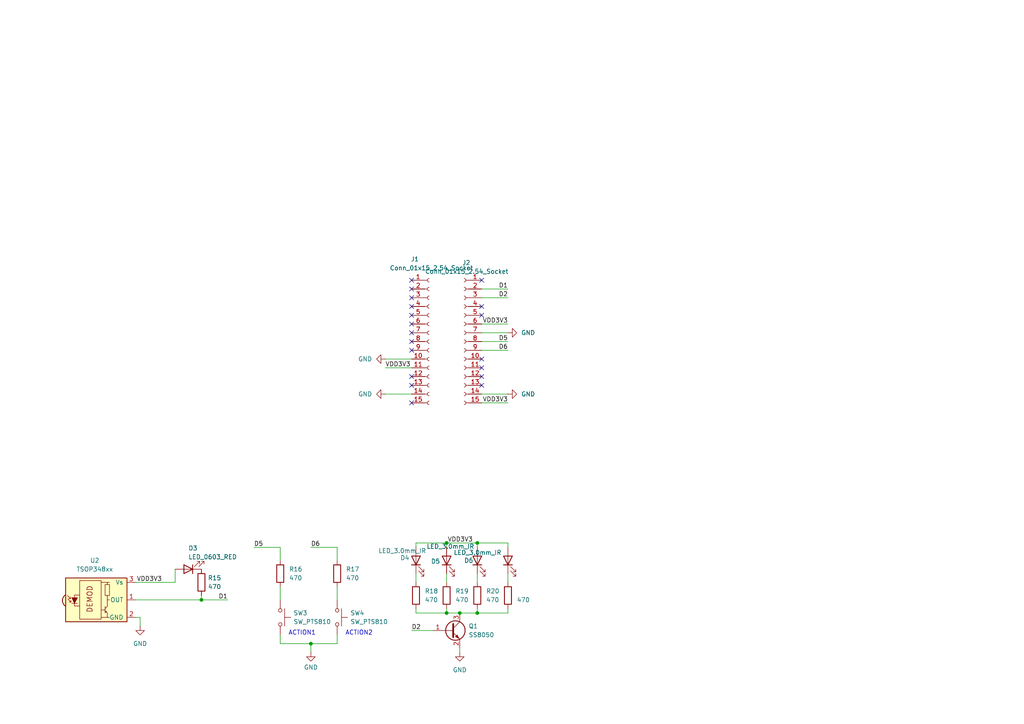
<source format=kicad_sch>
(kicad_sch (version 20250114) (generator "eeschema") (generator_version "9.0")
  (paper "A4")
  (lib_symbols
    (symbol "Connector:Conn_01x15_Socket" (pin_names (offset 1.016) (hide yes))
      (property "Reference" "J" (at 0 20.32 0))
      (property "Value" "Conn_01x15_Socket" (at 0 -20.32 0))
      (symbol "Conn_01x15_Socket_1_1"
        (polyline (pts (xy -1.27 17.78) (xy -0.508 17.78)) (stroke (width 0.1524)))
        (polyline (pts (xy -1.27 15.24) (xy -0.508 15.24)) (stroke (width 0.1524)))
        (polyline (pts (xy -1.27 12.7) (xy -0.508 12.7)) (stroke (width 0.1524)))
        (polyline (pts (xy -1.27 10.16) (xy -0.508 10.16)) (stroke (width 0.1524)))
        (polyline (pts (xy -1.27 7.62) (xy -0.508 7.62)) (stroke (width 0.1524)))
        (polyline (pts (xy -1.27 5.08) (xy -0.508 5.08)) (stroke (width 0.1524)))
        (polyline (pts (xy -1.27 2.54) (xy -0.508 2.54)) (stroke (width 0.1524)))
        (polyline (pts (xy -1.27 0) (xy -0.508 0)) (stroke (width 0.1524)))
        (polyline (pts (xy -1.27 -2.54) (xy -0.508 -2.54)) (stroke (width 0.1524)))
        (polyline (pts (xy -1.27 -5.08) (xy -0.508 -5.08)) (stroke (width 0.1524)))
        (polyline (pts (xy -1.27 -7.62) (xy -0.508 -7.62)) (stroke (width 0.1524)))
        (polyline (pts (xy -1.27 -10.16) (xy -0.508 -10.16)) (stroke (width 0.1524)))
        (polyline (pts (xy -1.27 -12.7) (xy -0.508 -12.7)) (stroke (width 0.1524)))
        (polyline (pts (xy -1.27 -15.24) (xy -0.508 -15.24)) (stroke (width 0.1524)))
        (polyline (pts (xy -1.27 -17.78) (xy -0.508 -17.78)) (stroke (width 0.1524)))
        (arc (start 0 17.272) (mid -0.5058 17.78) (end 0 18.288) (stroke (width 0.1524)))
        (arc (start 0 14.732) (mid -0.5058 15.24) (end 0 15.748) (stroke (width 0.1524)))
        (arc (start 0 12.192) (mid -0.5058 12.7) (end 0 13.208) (stroke (width 0.1524)))
        (arc (start 0 9.652) (mid -0.5058 10.16) (end 0 10.668) (stroke (width 0.1524)))
        (arc (start 0 7.112) (mid -0.5058 7.62) (end 0 8.128) (stroke (width 0.1524)))
        (arc (start 0 4.572) (mid -0.5058 5.08) (end 0 5.588) (stroke (width 0.1524)))
        (arc (start 0 2.032) (mid -0.5058 2.54) (end 0 3.048) (stroke (width 0.1524)))
        (arc (start 0 -0.508) (mid -0.5058 0) (end 0 0.508) (stroke (width 0.1524)))
        (arc (start 0 -3.048) (mid -0.5058 -2.54) (end 0 -2.032) (stroke (width 0.1524)))
        (arc (start 0 -5.588) (mid -0.5058 -5.08) (end 0 -4.572) (stroke (width 0.1524)))
        (arc (start 0 -8.128) (mid -0.5058 -7.62) (end 0 -7.112) (stroke (width 0.1524)))
        (arc (start 0 -10.668) (mid -0.5058 -10.16) (end 0 -9.652) (stroke (width 0.1524)))
        (arc (start 0 -13.208) (mid -0.5058 -12.7) (end 0 -12.192) (stroke (width 0.1524)))
        (arc (start 0 -15.748) (mid -0.5058 -15.24) (end 0 -14.732) (stroke (width 0.1524)))
        (arc (start 0 -18.288) (mid -0.5058 -17.78) (end 0 -17.272) (stroke (width 0.1524)))
        (pin passive line (at -5.08 17.78 0) (length 3.81) (name "Pin_1") (number "1"))
        (pin passive line (at -5.08 15.24 0) (length 3.81) (name "Pin_2") (number "2"))
        (pin passive line (at -5.08 12.7 0) (length 3.81) (name "Pin_3") (number "3"))
        (pin passive line (at -5.08 10.16 0) (length 3.81) (name "Pin_4") (number "4"))
        (pin passive line (at -5.08 7.62 0) (length 3.81) (name "Pin_5") (number "5"))
        (pin passive line (at -5.08 5.08 0) (length 3.81) (name "Pin_6") (number "6"))
        (pin passive line (at -5.08 2.54 0) (length 3.81) (name "Pin_7") (number "7"))
        (pin passive line (at -5.08 0 0) (length 3.81) (name "Pin_8") (number "8"))
        (pin passive line (at -5.08 -2.54 0) (length 3.81) (name "Pin_9") (number "9"))
        (pin passive line (at -5.08 -5.08 0) (length 3.81) (name "Pin_10") (number "10"))
        (pin passive line (at -5.08 -7.62 0) (length 3.81) (name "Pin_11") (number "11"))
        (pin passive line (at -5.08 -10.16 0) (length 3.81) (name "Pin_12") (number "12"))
        (pin passive line (at -5.08 -12.7 0) (length 3.81) (name "Pin_13") (number "13"))
        (pin passive line (at -5.08 -15.24 0) (length 3.81) (name "Pin_14") (number "14"))
        (pin passive line (at -5.08 -17.78 0) (length 3.81) (name "Pin_15") (number "15"))
      )
    )
    (symbol "Device:LED" (pin_numbers (hide yes)) (pin_names (offset 1.016) (hide yes))
      (property "Reference" "D" (at 0 2.54 0))
      (property "Value" "LED" (at 0 -2.54 0))
      (symbol "LED_0_1"
        (polyline (pts (xy -3.048 -0.762) (xy -4.572 -2.286) (xy -3.81 -2.286) (xy -4.572 -2.286) (xy -4.572 -1.524)))
        (polyline (pts (xy -1.778 -0.762) (xy -3.302 -2.286) (xy -2.54 -2.286) (xy -3.302 -2.286) (xy -3.302 -1.524)))
        (polyline (pts (xy -1.27 0) (xy 1.27 0)))
        (polyline (pts (xy -1.27 -1.27) (xy -1.27 1.27)) (stroke (width 0.254)))
        (polyline (pts (xy 1.27 -1.27) (xy 1.27 1.27) (xy -1.27 0) (xy 1.27 -1.27)) (stroke (width 0.254)))
      )
      (symbol "LED_1_1"
        (pin passive line (at -3.81 0 0) (length 2.54) (name "K") (number "1"))
        (pin passive line (at 3.81 0 180) (length 2.54) (name "A") (number "2"))
      )
    )
    (symbol "Device:R" (pin_numbers (hide yes)) (pin_names (offset 0))
      (property "Reference" "R" (at 2.032 0 90))
      (property "Value" "R" (at 0 0 90))
      (symbol "R_0_1"
        (rectangle (start -1.016 -2.54) (end 1.016 2.54) (stroke (width 0.254)))
      )
      (symbol "R_1_1"
        (pin passive line (at 0 3.81 270) (length 1.27) (name "~") (number "1"))
        (pin passive line (at 0 -3.81 90) (length 1.27) (name "~") (number "2"))
      )
    )
    (symbol "Interface_Optical:TSOP348xx" (pin_names (offset 1.016))
      (property "Reference" "U" (at -10.16 7.62 0))
      (property "Value" "TSOP348xx" (at -10.16 -7.62 0))
      (symbol "TSOP348xx_0_0"
        (arc (start -10.287 -1.778) (mid -11.0899 -0.1905) (end -10.287 1.397) (stroke (width 0.254)) (fill (type background)))
        (polyline (pts (xy 1.905 5.08) (xy 0.127 5.08)))
        (polyline (pts (xy 1.905 -5.08) (xy 0.127 -5.08)))
        (text "DEMOD" (at -3.175 0.254 900) (effects (font (size 1.524 1.524))))
      )
      (symbol "TSOP348xx_0_1"
        (polyline (pts (xy -8.763 0.381) (xy -9.652 1.27)))
        (polyline (pts (xy -8.763 0.381) (xy -9.271 0.381)))
        (polyline (pts (xy -8.763 0.381) (xy -8.763 0.889)))
        (polyline (pts (xy -8.636 -0.635) (xy -9.525 0.254)))
        (polyline (pts (xy -8.636 -0.635) (xy -9.144 -0.635)))
        (polyline (pts (xy -8.636 -0.635) (xy -8.636 -0.127)))
        (polyline (pts (xy -8.382 0.635) (xy -6.731 0.635) (xy -7.62 -1.016) (xy -8.382 0.635)) (fill (type outline)))
        (polyline (pts (xy -8.382 -1.016) (xy -6.731 -1.016)))
        (rectangle (start -6.096 5.588) (end 0.127 -5.588))
        (polyline (pts (xy -6.096 1.397) (xy -7.62 1.397) (xy -7.62 -1.778) (xy -6.096 -1.778)))
        (polyline (pts (xy 1.27 -1.905) (xy 1.27 -3.81)))
        (polyline (pts (xy 1.27 -2.54) (xy 1.905 -1.905) (xy 1.905 0) (xy 2.54 0)))
        (polyline (pts (xy 1.27 -2.921) (xy 0.127 -2.921)))
        (polyline (pts (xy 1.27 -3.175) (xy 1.905 -3.81) (xy 1.905 -5.08) (xy 2.54 -5.08)))
        (polyline (pts (xy 1.397 -3.556) (xy 1.524 -3.556)))
        (polyline (pts (xy 1.651 -3.556) (xy 1.524 -3.556)))
        (polyline (pts (xy 1.651 -3.556) (xy 1.651 -3.302)))
        (polyline (pts (xy 1.905 4.445) (xy 1.905 5.08) (xy 2.54 5.08)))
        (polyline (pts (xy 1.905 0) (xy 1.905 1.27)))
        (rectangle (start 2.54 1.27) (end 1.27 4.445))
        (rectangle (start 7.62 6.35) (end -10.16 -6.35) (stroke (width 0.254)) (fill (type background)))
      )
      (symbol "TSOP348xx_1_1"
        (pin power_in line (at 10.16 5.08 180) (length 2.54) (name "Vs") (number "3"))
        (pin output line (at 10.16 0 180) (length 2.54) (name "OUT") (number "1"))
        (pin power_in line (at 10.16 -5.08 180) (length 2.54) (name "GND") (number "2"))
      )
    )
    (symbol "Switch:SW_Push" (pin_numbers (hide yes)) (pin_names (offset 1.016) (hide yes))
      (property "Reference" "SW" (at 1.27 2.54 0))
      (property "Value" "SW_Push" (at 0 -1.524 0))
      (symbol "SW_Push_0_1"
        (circle (center -2.032 0) (radius 0.508))
        (polyline (pts (xy 0 1.27) (xy 0 3.048)))
        (circle (center 2.032 0) (radius 0.508))
        (polyline (pts (xy 2.54 1.27) (xy -2.54 1.27)))
        (pin passive line (at -5.08 0 0) (length 2.54) (name "1") (number "1"))
        (pin passive line (at 5.08 0 180) (length 2.54) (name "2") (number "2"))
      )
    )
    (symbol "Transistor_BJT:SS8050" (pin_names (offset 0) (hide yes))
      (property "Reference" "Q" (at 5.08 1.905 0))
      (property "Value" "SS8050" (at 5.08 0 0))
      (symbol "SS8050_0_1"
        (polyline (pts (xy -2.54 0) (xy 0.635 0)))
        (polyline (pts (xy 0.635 1.905) (xy 0.635 -1.905)) (stroke (width 0.508)))
        (circle (center 1.27 0) (radius 2.8194) (stroke (width 0.254)))
      )
      (symbol "SS8050_1_1"
        (polyline (pts (xy 0.635 0.635) (xy 2.54 2.54)))
        (polyline (pts (xy 0.635 -0.635) (xy 2.54 -2.54)))
        (polyline (pts (xy 1.27 -1.778) (xy 1.778 -1.27) (xy 2.286 -2.286) (xy 1.27 -1.778)) (fill (type outline)))
        (pin input line (at -5.08 0 0) (length 2.54) (name "B") (number "1"))
        (pin passive line (at 2.54 5.08 270) (length 2.54) (name "C") (number "3"))
        (pin passive line (at 2.54 -5.08 90) (length 2.54) (name "E") (number "2"))
      )
    )
    (symbol "power:GND" (power) (pin_numbers (hide yes)) (pin_names (offset 0) (hide yes))
      (property "Value" "GND" (at 0 -3.81 0))
      (symbol "GND_0_1"
        (polyline (pts (xy 0 0) (xy 0 -1.27) (xy 1.27 -1.27) (xy 0 -2.54) (xy -1.27 -1.27) (xy 0 -1.27)))
      )
      (symbol "GND_1_1"
        (pin power_in line (at 0 0 270) (length 0) (name "~") (number "1"))
      )
    )
  )
  (text "ACTION2\n" (at 104.14 183.642 0) (effects (font (size 1.27 1.27))))
  (text "ACTION1\n" (at 87.63 183.642 0) (effects (font (size 1.27 1.27))))
  (junction (at 90.17 186.69))
  (junction (at 129.54 157.48))
  (junction (at 58.42 173.99))
  (junction (at 133.35 177.8))
  (junction (at 138.43 177.8))
  (junction (at 138.43 157.48))
  (junction (at 129.54 177.8))
  (no_connect (at 119.38 93.98))
  (no_connect (at 119.38 86.36))
  (no_connect (at 139.7 109.22))
  (no_connect (at 119.38 96.52))
  (no_connect (at 119.38 109.22))
  (no_connect (at 139.7 91.44))
  (no_connect (at 119.38 81.28))
  (no_connect (at 119.38 83.82))
  (no_connect (at 119.38 99.06))
  (no_connect (at 119.38 101.6))
  (no_connect (at 119.38 88.9))
  (no_connect (at 119.38 111.76))
  (no_connect (at 139.7 104.14))
  (no_connect (at 139.7 111.76))
  (no_connect (at 139.7 88.9))
  (no_connect (at 119.38 91.44))
  (no_connect (at 119.38 116.84))
  (no_connect (at 139.7 81.28))
  (no_connect (at 139.7 106.68))
  (wire (pts (xy 119.38 182.88) (xy 125.73 182.88)))
  (wire (pts (xy 120.65 177.8) (xy 129.54 177.8)))
  (wire (pts (xy 40.64 179.07) (xy 39.37 179.07)))
  (wire (pts (xy 81.28 158.75) (xy 81.28 162.56)))
  (wire (pts (xy 147.32 116.84) (xy 139.7 116.84)))
  (wire (pts (xy 147.32 99.06) (xy 139.7 99.06)))
  (wire (pts (xy 129.54 157.48) (xy 138.43 157.48)))
  (wire (pts (xy 129.54 158.75) (xy 129.54 157.48)))
  (wire (pts (xy 97.79 184.15) (xy 97.79 186.69)))
  (wire (pts (xy 50.8 165.1) (xy 50.8 168.91)))
  (wire (pts (xy 58.42 173.99) (xy 66.04 173.99)))
  (wire (pts (xy 133.35 187.96) (xy 133.35 189.23)))
  (wire (pts (xy 120.65 157.48) (xy 129.54 157.48)))
  (wire (pts (xy 40.64 181.61) (xy 40.64 179.07)))
  (wire (pts (xy 97.79 158.75) (xy 97.79 162.56)))
  (wire (pts (xy 147.32 86.36) (xy 139.7 86.36)))
  (wire (pts (xy 120.65 166.37) (xy 120.65 168.91)))
  (wire (pts (xy 120.65 157.48) (xy 120.65 158.75)))
  (wire (pts (xy 81.28 186.69) (xy 81.28 184.15)))
  (wire (pts (xy 138.43 158.75) (xy 138.43 157.48)))
  (wire (pts (xy 129.54 176.53) (xy 129.54 177.8)))
  (wire (pts (xy 147.32 114.3) (xy 139.7 114.3)))
  (wire (pts (xy 97.79 170.18) (xy 97.79 173.99)))
  (wire (pts (xy 129.54 166.37) (xy 129.54 168.91)))
  (wire (pts (xy 147.32 158.75) (xy 147.32 157.48)))
  (wire (pts (xy 138.43 166.37) (xy 138.43 168.91)))
  (wire (pts (xy 147.32 96.52) (xy 139.7 96.52)))
  (wire (pts (xy 111.76 114.3) (xy 119.38 114.3)))
  (wire (pts (xy 81.28 170.18) (xy 81.28 173.99)))
  (wire (pts (xy 138.43 177.8) (xy 147.32 177.8)))
  (wire (pts (xy 90.17 186.69) (xy 90.17 189.23)))
  (wire (pts (xy 90.17 186.69) (xy 81.28 186.69)))
  (wire (pts (xy 138.43 176.53) (xy 138.43 177.8)))
  (wire (pts (xy 147.32 166.37) (xy 147.32 168.91)))
  (wire (pts (xy 147.32 83.82) (xy 139.7 83.82)))
  (wire (pts (xy 147.32 93.98) (xy 139.7 93.98)))
  (wire (pts (xy 39.37 173.99) (xy 58.42 173.99)))
  (wire (pts (xy 90.17 158.75) (xy 97.79 158.75)))
  (wire (pts (xy 129.54 177.8) (xy 133.35 177.8)))
  (wire (pts (xy 133.35 177.8) (xy 138.43 177.8)))
  (wire (pts (xy 90.17 186.69) (xy 97.79 186.69)))
  (wire (pts (xy 58.42 172.72) (xy 58.42 173.99)))
  (wire (pts (xy 111.76 104.14) (xy 119.38 104.14)))
  (wire (pts (xy 138.43 157.48) (xy 147.32 157.48)))
  (wire (pts (xy 120.65 176.53) (xy 120.65 177.8)))
  (wire (pts (xy 39.37 168.91) (xy 50.8 168.91)))
  (wire (pts (xy 147.32 101.6) (xy 139.7 101.6)))
  (wire (pts (xy 147.32 176.53) (xy 147.32 177.8)))
  (wire (pts (xy 73.66 158.75) (xy 81.28 158.75)))
  (wire (pts (xy 111.76 106.68) (xy 119.38 106.68)))
  (label "D6" (at 147.32 101.6 180))
  (label "D2" (at 147.32 86.36 180))
  (label "D6" (at 90.17 158.75 0))
  (label "D5" (at 73.66 158.75 0))
  (label "VDD3V3" (at 147.32 116.84 180))
  (label "D1" (at 147.32 83.82 180))
  (label "VDD3V3" (at 46.99 168.91 180))
  (label "D1" (at 66.04 173.99 180))
  (label "VDD3V3" (at 111.76 106.68 0))
  (label "D2" (at 119.38 182.88 0))
  (label "VDD3V3" (at 137.16 157.48 180))
  (label "VDD3V3" (at 147.32 93.98 180))
  (label "D5" (at 147.32 99.06 180))
  (symbol (lib_id "power:GND") (at 133.35 189.23 0) (unit 1)
    (property "Reference" "#PWR021" (effects (hide yes)))
    (property "Value" "GND" (at 133.35 194.31 0))
    (property "Description" "Power symbol creates a global label with name \"GND\" , ground" (effects (hide yes)))
  )
  (symbol (lib_id "Device:R") (at 120.65 172.72 0) (unit 1)
    (property "Reference" "R18" (at 123.19 171.4499 0) (effects (justify left)))
    (property "Value" "470" (at 123.19 173.9899 0) (effects (justify left)))
    (property "Footprint" "Resistor_SMD:R_0402_1005Metric" (effects (hide yes)))
    (property "Description" "Resistor" (effects (hide yes)))
    (property "LCSC Part Number" "C23179" (effects (hide yes)))
  )
  (symbol (lib_id "Switch:SW_Push") (at 97.79 179.07 270) (unit 1)
    (property "Reference" "SW4" (at 101.6 177.7999 90) (effects (justify left)))
    (property "Value" "SW_PTS810" (at 101.6 180.3399 90) (effects (justify left)))
    (property "Footprint" "Button_Switch_SMD:SW_SPST_PTS810" (effects (hide yes)))
    (property "Description" "Push button switch, generic, two pins" (effects (hide yes)))
    (property "LCSC Part Number" "C221895" (effects (hide yes)))
  )
  (symbol (lib_id "Device:LED") (at 147.32 162.56 90) (unit 1)
    (property "Reference" "D7" (effects (hide yes)))
    (property "Value" "LED_3.0mm_IR" (effects (hide yes)))
    (property "Footprint" "LED_THT:LED_D3.0mm" (effects (hide yes)))
    (property "Description" "Light emitting diode" (effects (hide yes)))
    (property "Sim.Pins" "1=K 2=A" (effects (hide yes)))
    (property "LCSC Part Number" "C7470790" (effects (hide yes)))
  )
  (symbol (lib_id "Transistor_BJT:SS8050") (at 130.81 182.88 0) (unit 1)
    (property "Reference" "Q1" (at 135.89 181.6099 0) (effects (justify left)))
    (property "Value" "SS8050" (at 135.89 184.1499 0) (effects (justify left)))
    (property "Footprint" "Package_TO_SOT_SMD:SOT-23" (effects (hide yes)))
    (property "Datasheet" "http://www.secosgmbh.com/datasheet/products/SSMPTransistor/SOT-23/SS8050.pdf" (effects (hide yes)))
    (property "Description" "General Purpose NPN Transistor, 1.5A Ic, 25V Vce, SOT-23" (effects (hide yes)))
    (property "LCSC Part Number" "C2150" (effects (hide yes)))
  )
  (symbol (lib_id "Device:LED") (at 129.54 162.56 90) (unit 1)
    (property "Reference" "D5" (at 124.968 162.814 90) (effects (justify right)))
    (property "Value" "LED_3.0mm_IR" (at 123.698 158.496 90) (effects (justify right)))
    (property "Footprint" "LED_THT:LED_D3.0mm" (effects (hide yes)))
    (property "Description" "Light emitting diode" (effects (hide yes)))
    (property "Sim.Pins" "1=K 2=A" (effects (hide yes)))
    (property "LCSC Part Number" "C7470790" (effects (hide yes)))
  )
  (symbol (lib_id "Device:LED") (at 138.43 162.56 90) (unit 1)
    (property "Reference" "D6" (at 134.62 162.56 90) (effects (justify right)))
    (property "Value" "LED_3.0mm_IR" (at 131.572 160.274 90) (effects (justify right)))
    (property "Footprint" "LED_THT:LED_D3.0mm" (effects (hide yes)))
    (property "Description" "Light emitting diode" (effects (hide yes)))
    (property "Sim.Pins" "1=K 2=A" (effects (hide yes)))
    (property "LCSC Part Number" "C7470790" (effects (hide yes)))
  )
  (symbol (lib_id "Device:R") (at 97.79 166.37 0) (unit 1)
    (property "Reference" "R17" (at 100.33 165.0999 0) (effects (justify left)))
    (property "Value" "470" (at 100.33 167.6399 0) (effects (justify left)))
    (property "Footprint" "Resistor_SMD:R_0402_1005Metric" (effects (hide yes)))
    (property "Description" "Resistor" (effects (hide yes)))
    (property "LCSC Part Number" "C23179" (effects (hide yes)))
  )
  (symbol (lib_id "Device:LED") (at 54.61 165.1 180) (unit 1)
    (property "Reference" "D3" (at 54.61 159.004 0) (effects (justify right)))
    (property "Value" "LED_0603_RED" (at 54.61 161.544 0) (effects (justify right)))
    (property "Footprint" "LED_SMD:LED_0201_0603Metric" (effects (hide yes)))
    (property "Description" "Light emitting diode" (effects (hide yes)))
    (property "Sim.Pins" "1=K 2=A" (effects (hide yes)))
    (property "LCSC Part Number" "C2286" (effects (hide yes)))
  )
  (symbol (lib_id "Device:R") (at 129.54 172.72 0) (unit 1)
    (property "Reference" "R19" (at 132.08 171.4499 0) (effects (justify left)))
    (property "Value" "470" (at 132.08 173.9899 0) (effects (justify left)))
    (property "Footprint" "Resistor_SMD:R_0402_1005Metric" (effects (hide yes)))
    (property "Description" "Resistor" (effects (hide yes)))
    (property "LCSC Part Number" "C23179" (effects (hide yes)))
  )
  (symbol (lib_id "power:GND") (at 147.32 114.3 90) (unit 1)
    (property "Reference" "#PWR013" (effects (hide yes)))
    (property "Value" "GND" (at 151.13 114.2999 90) (effects (justify right)))
    (property "Description" "Power symbol creates a global label with name \"GND\" , ground" (effects (hide yes)))
  )
  (symbol (lib_id "power:GND") (at 111.76 114.3 270) (unit 1)
    (property "Reference" "#PWR01" (effects (hide yes)))
    (property "Value" "GND" (at 107.95 114.3001 90) (effects (justify right)))
    (property "Description" "Power symbol creates a global label with name \"GND\" , ground" (effects (hide yes)))
  )
  (symbol (lib_id "Device:R") (at 58.42 168.91 0) (unit 1)
    (property "Reference" "R15" (at 62.23 167.64 0))
    (property "Value" "470" (at 62.23 170.18 0))
    (property "Footprint" "Resistor_SMD:R_0402_1005Metric" (effects (hide yes)))
    (property "Description" "Resistor" (effects (hide yes)))
    (property "LCSC Part Number" "C23179" (effects (hide yes)))
  )
  (symbol (lib_id "power:GND") (at 147.32 96.52 90) (unit 1)
    (property "Reference" "#PWR02" (effects (hide yes)))
    (property "Value" "GND" (at 151.13 96.5199 90) (effects (justify right)))
    (property "Description" "Power symbol creates a global label with name \"GND\" , ground" (effects (hide yes)))
  )
  (symbol (lib_id "Switch:SW_Push") (at 81.28 179.07 270) (unit 1)
    (property "Reference" "SW3" (at 85.09 177.7999 90) (effects (justify left)))
    (property "Value" "SW_PTS810" (at 85.09 180.3399 90) (effects (justify left)))
    (property "Footprint" "Button_Switch_SMD:SW_SPST_PTS810" (effects (hide yes)))
    (property "Description" "Push button switch, generic, two pins" (effects (hide yes)))
    (property "LCSC Part Number" "C221895" (effects (hide yes)))
  )
  (symbol (lib_id "Connector:Conn_01x15_Socket") (at 124.46 99.06 0) (unit 1)
    (property "Reference" "J1" (at 119.126 75.184 0) (effects (justify left)))
    (property "Value" "Conn_01x15_2.54_Socket" (at 113.03 77.724 0) (effects (justify left)))
    (property "Footprint" "Connector_PinSocket_2.54mm:PinSocket_1x15_P2.54mm_Vertical" (effects (hide yes)))
    (property "Description" "Generic connector, single row, 01x15, script generated" (effects (hide yes)))
    (property "LCSC Part Number" "C7499333" (effects (hide yes)))
  )
  (symbol (lib_id "Device:R") (at 147.32 172.72 0) (unit 1)
    (property "Reference" "R21" (effects (hide yes)))
    (property "Value" "470" (at 149.86 173.9899 0) (effects (justify left)))
    (property "Footprint" "Resistor_SMD:R_0402_1005Metric" (effects (hide yes)))
    (property "Description" "Resistor" (effects (hide yes)))
    (property "LCSC Part Number" "C23179" (effects (hide yes)))
  )
  (symbol (lib_id "Interface_Optical:TSOP348xx") (at 29.21 173.99 0) (unit 1)
    (property "Reference" "U2" (at 27.475 162.56 0))
    (property "Value" "TSOP348xx" (at 27.475 165.1 0))
    (property "Footprint" "OptoDevice:Vishay_MOLD-3Pin" (effects (hide yes)))
    (property "Datasheet" "https://www.vishay.com/docs/82489/tsop322.pdf" (effects (hide yes)))
    (property "Description" "IR Receiver Modules for Remote Control Systems" (effects (hide yes)))
    (property "LCSC Part Number" "C44620" (effects (hide yes)))
  )
  (symbol (lib_id "power:GND") (at 111.76 104.14 270) (unit 1)
    (property "Reference" "#PWR03" (effects (hide yes)))
    (property "Value" "GND" (at 107.95 104.1401 90) (effects (justify right)))
    (property "Description" "Power symbol creates a global label with name \"GND\" , ground" (effects (hide yes)))
  )
  (symbol (lib_id "Device:R") (at 138.43 172.72 0) (unit 1)
    (property "Reference" "R20" (at 140.97 171.4499 0) (effects (justify left)))
    (property "Value" "470" (at 140.97 173.9899 0) (effects (justify left)))
    (property "Footprint" "Resistor_SMD:R_0402_1005Metric" (effects (hide yes)))
    (property "Description" "Resistor" (effects (hide yes)))
    (property "LCSC Part Number" "C23179" (effects (hide yes)))
  )
  (symbol (lib_id "Device:LED") (at 120.65 162.56 90) (unit 1)
    (property "Reference" "D4" (at 116.078 161.798 90) (effects (justify right)))
    (property "Value" "LED_3.0mm_IR" (at 109.728 159.766 90) (effects (justify right)))
    (property "Footprint" "LED_THT:LED_D3.0mm" (effects (hide yes)))
    (property "Description" "Light emitting diode" (effects (hide yes)))
    (property "Sim.Pins" "1=K 2=A" (effects (hide yes)))
    (property "LCSC Part Number" "C7470790" (effects (hide yes)))
  )
  (symbol (lib_id "power:GND") (at 40.64 181.61 0) (unit 1)
    (property "Reference" "#PWR020" (effects (hide yes)))
    (property "Value" "GND" (at 40.64 186.69 0))
    (property "Description" "Power symbol creates a global label with name \"GND\" , ground" (effects (hide yes)))
  )
  (symbol (lib_id "Connector:Conn_01x15_Socket") (at 134.62 99.06 0) (mirror y) (unit 1)
    (property "Reference" "J2" (at 135.255 76.2 0))
    (property "Value" "Conn_01x15_2.54_Socket" (at 135.382 78.74 0))
    (property "Footprint" "Connector_PinSocket_2.54mm:PinSocket_1x15_P2.54mm_Vertical" (effects (hide yes)))
    (property "Description" "Generic connector, single row, 01x15, script generated" (effects (hide yes)))
    (property "LCSC Part Number" "C7499333" (effects (hide yes)))
  )
  (symbol (lib_id "Device:R") (at 81.28 166.37 0) (unit 1)
    (property "Reference" "R16" (at 83.82 165.0999 0) (effects (justify left)))
    (property "Value" "470" (at 83.82 167.6399 0) (effects (justify left)))
    (property "Footprint" "Resistor_SMD:R_0402_1005Metric" (effects (hide yes)))
    (property "Description" "Resistor" (effects (hide yes)))
    (property "LCSC Part Number" "C23179" (effects (hide yes)))
  )
  (symbol (lib_id "power:GND") (at 90.17 189.23 0) (unit 1)
    (property "Reference" "#PWR022" (effects (hide yes)))
    (property "Value" "GND" (at 90.17 193.548 0))
    (property "Description" "Power symbol creates a global label with name \"GND\" , ground" (effects (hide yes)))
  )
)
</source>
